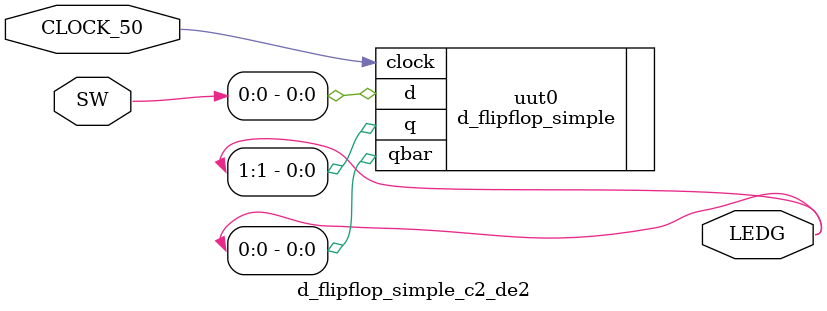
<source format=v>
/* 
@brief	d_flipflop_simple_c2_de2.v
@details	This example shows how to model a simple D flip-flop. 


@return	N/A

@author	Manuel Caballero
@date		13/December/2024
@version	13/December/2024    The ORIGIN
@pre		This source code was tested on the Altera’s DE2 board.
@warning	N/A.
@pre		This code belongs to AqueronteBlog.
				- GitHub:  https://github.com/AqueronteBlog
            - YouTube: https://www.youtube.com/user/AqueronteBlog
            - X:       https://twitter.com/aqueronteblog
*/
module d_flipflop_simple_c2_de2 (
	input [1:0] SW,
	input CLOCK_50,
	output[1:0] LEDG 
);
	
	d_flipflop_simple uut0 (.d(SW[0]), .clock(CLOCK_50), .q(LEDG[1]), .qbar(LEDG[0]));
endmodule

</source>
